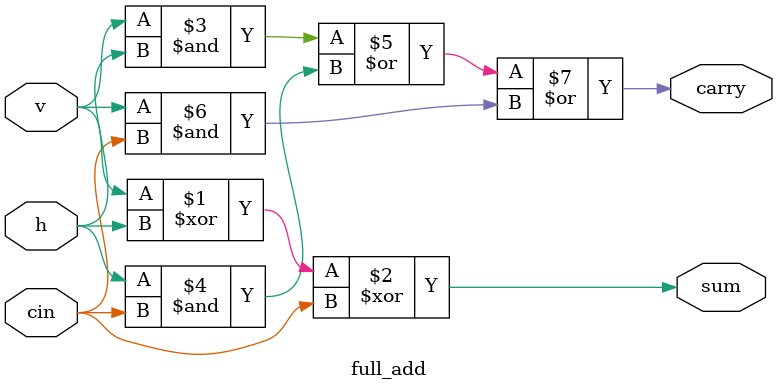
<source format=v>
module full_add(v,h,cin,sum,carry);
input v,h,cin;
output sum,carry;
assign sum = v^h^cin;
assign carry = (v&h)|(h&cin)|(v&cin);
endmodule 
</source>
